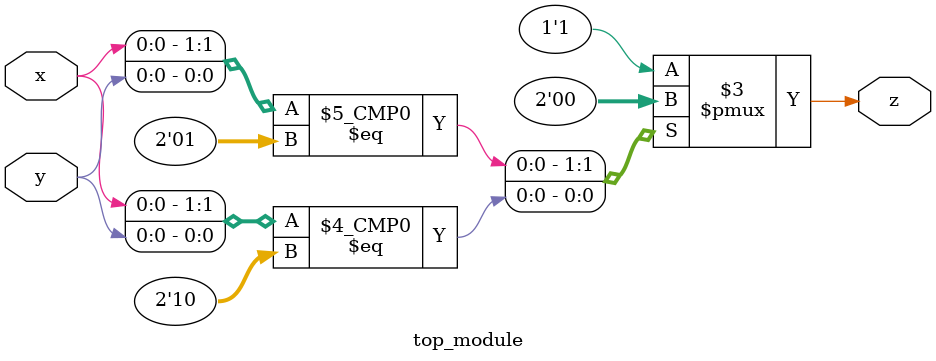
<source format=sv>
module top_module(
    input x,
    input y,
    output z);

    reg z;

    always @(x or y)
    begin
        case ({x, y})
            2'b00: z = 1'b1;
            2'b01: z = 1'b0;
            2'b10: z = 1'b0;
            default: z = 1'b1;
        endcase
    end

endmodule

</source>
